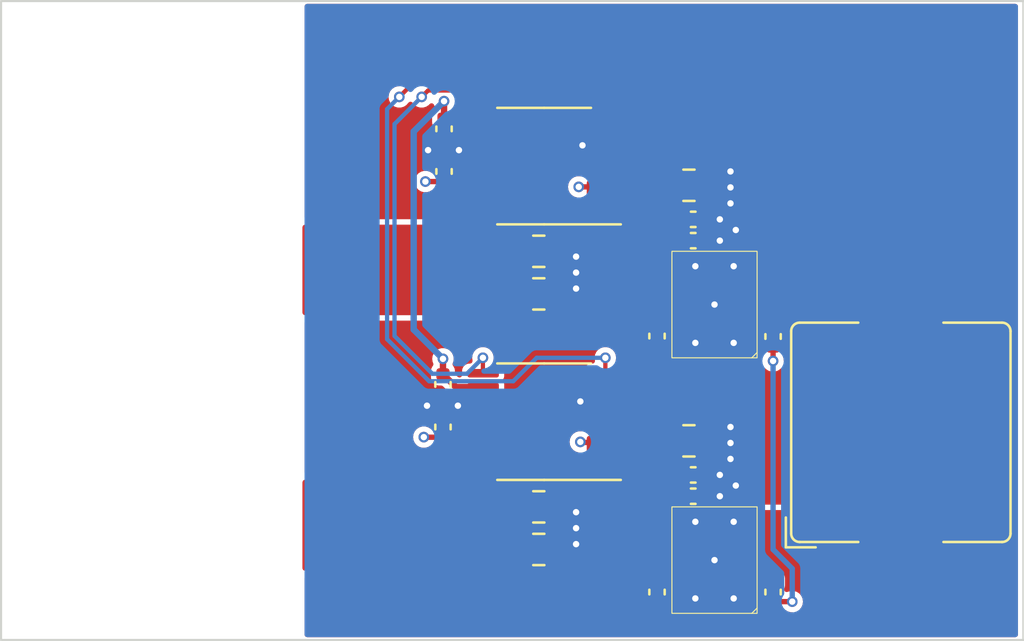
<source format=kicad_pcb>
(kicad_pcb (version 20221018) (generator pcbnew)
  (layers (0 "F.Cu" signal) (1 "In1.Cu" signal) (2 "In2.Cu" signal) (31 "B.Cu" signal) (34 "B.Paste" user) (35 "F.Paste" user) (36 "B.SilkS" user "B.Silkscreen") (37 "F.SilkS" user "F.Silkscreen") (38 "B.Mask" user) (39 "F.Mask" user) (44 "Edge.Cuts" user))
  (net 0 "")
  (net 1 "Net-(U101-VSW)")
  (net 2 "/~{SKIP}-A")
  (net 3 "Net-(U101-BOOT)")
  (net 4 "Net-(U101-BOOT_R)")
  (net 5 "Net-(U102-BOOT_R)")
  (net 6 "Net-(U102-BOOT)")
  (net 7 "GND")
  (net 8 "/VA")
  (net 9 "/VB")
  (net 10 "/PWM-A")
  (net 11 "/VSWB")
  (net 12 "+5V")
  (net 13 "/~{SKIP}-B")
  (net 14 "/PWM-B")
  (net 19 "/VAS")
  (net 20 "/VBS")
  (net 21 "+3V3")
  (net 26 "Net-(U103-SDA)")
  (net 27 "Net-(U103-SCL)")
  (footprint "Capacitor_SMD:C_0805_2012Metric" (layer "F.Cu") (at 149.75 122.5 180)
    (fp_text reference "C117" hide)
    (fp_text value "10uF X5R 35V" hide)
    (fp_line (start -0.261252 -0.735) (end 0.261252 -0.735) (stroke (width 0.12)) (layer "F.SilkS"))
    (fp_line (start -0.261252 0.735) (end 0.261252 0.735) (stroke (width 0.12)) (layer "F.SilkS"))
    (pad "1" smd roundrect (at -0.95 0 180) (size 1 1.45) (layers "F.Cu" "F.Paste" "F.Mask") (net 7 "GND"))
    (pad "2" smd roundrect (at 0.95 0 180) (size 1 1.45) (layers "F.Cu" "F.Paste" "F.Mask") (net 8 "/VA"))
  )
  (footprint "Capacitor_SMD:C_0402_1005Metric" (layer "F.Cu") (at 157 107 180)
    (fp_text reference "C105" hide)
    (fp_text value ".1uF X5R 35V" hide)
    (fp_line (start -0.107836 -0.36) (end 0.107836 -0.36) (stroke (width 0.12)) (layer "F.SilkS"))
    (fp_line (start -0.107836 0.36) (end 0.107836 0.36) (stroke (width 0.12)) (layer "F.SilkS"))
    (pad "1" smd roundrect (at -0.48 0 180) (size 0.56 0.62) (layers "F.Cu" "F.Paste" "F.Mask") (net 7 "GND"))
    (pad "2" smd roundrect (at 0.48 0 180) (size 0.56 0.62) (layers "F.Cu" "F.Paste" "F.Mask") (net 20 "/VBS"))
  )
  (footprint "Capacitor_SMD:C_0402_1005Metric" (layer "F.Cu") (at 145.25 114.75 90)
    (fp_text reference "C113" hide)
    (fp_text value ".1uF X7S 10V" hide)
    (fp_line (start -0.107836 -0.36) (end 0.107836 -0.36) (stroke (width 0.12)) (layer "F.SilkS"))
    (fp_line (start -0.107836 0.36) (end 0.107836 0.36) (stroke (width 0.12)) (layer "F.SilkS"))
    (pad "1" smd roundrect (at -0.48 0 90) (size 0.56 0.62) (layers "F.Cu" "F.Paste" "F.Mask") (net 7 "GND"))
    (pad "2" smd roundrect (at 0.48 0 90) (size 0.56 0.62) (layers "F.Cu" "F.Paste" "F.Mask") (net 21 "+3V3"))
  )
  (footprint "Capacitor_SMD:C_0805_2012Metric" (layer "F.Cu") (at 156.8 117.4 180)
    (fp_text reference "C107" hide)
    (fp_text value "10uF X5R 35V" hide)
    (fp_line (start -0.261252 -0.735) (end 0.261252 -0.735) (stroke (width 0.12)) (layer "F.SilkS"))
    (fp_line (start -0.261252 0.735) (end 0.261252 0.735) (stroke (width 0.12)) (layer "F.SilkS"))
    (pad "1" smd roundrect (at -0.95 0 180) (size 1 1.45) (layers "F.Cu" "F.Paste" "F.Mask") (net 7 "GND"))
    (pad "2" smd roundrect (at 0.95 0 180) (size 1 1.45) (layers "F.Cu" "F.Paste" "F.Mask") (net 19 "/VAS"))
  )
  (footprint "Capacitor_SMD:C_0402_1005Metric" (layer "F.Cu") (at 155.3 112.48 -90)
    (fp_text reference "C102" hide)
    (fp_text value "1uF X7S 10V" hide)
    (fp_line (start -0.107836 -0.36) (end 0.107836 -0.36) (stroke (width 0.12)) (layer "F.SilkS"))
    (fp_line (start -0.107836 0.36) (end 0.107836 0.36) (stroke (width 0.12)) (layer "F.SilkS"))
    (pad "1" smd roundrect (at -0.48 0 270) (size 0.56 0.62) (layers "F.Cu" "F.Paste" "F.Mask") (net 5 "Net-(U102-BOOT_R)"))
    (pad "2" smd roundrect (at 0.48 0 270) (size 0.56 0.62) (layers "F.Cu" "F.Paste" "F.Mask") (net 6 "Net-(U102-BOOT)"))
  )
  (footprint "Capacitor_SMD:C_0805_2012Metric" (layer "F.Cu") (at 149.75 110.5 180)
    (fp_text reference "C118" hide)
    (fp_text value "10uF X5R 35V" hide)
    (fp_line (start -0.261252 -0.735) (end 0.261252 -0.735) (stroke (width 0.12)) (layer "F.SilkS"))
    (fp_line (start -0.261252 0.735) (end 0.261252 0.735) (stroke (width 0.12)) (layer "F.SilkS"))
    (pad "1" smd roundrect (at -0.95 0 180) (size 1 1.45) (layers "F.Cu" "F.Paste" "F.Mask") (net 7 "GND"))
    (pad "2" smd roundrect (at 0.95 0 180) (size 1 1.45) (layers "F.Cu" "F.Paste" "F.Mask") (net 9 "/VB"))
  )
  (footprint "Capacitor_SMD:C_0402_1005Metric" (layer "F.Cu") (at 160.75 112.5 -90)
    (fp_text reference "C112" hide)
    (fp_text value "1uF X7S 10V" hide)
    (fp_line (start -0.107836 -0.36) (end 0.107836 -0.36) (stroke (width 0.12)) (layer "F.SilkS"))
    (fp_line (start -0.107836 0.36) (end 0.107836 0.36) (stroke (width 0.12)) (layer "F.SilkS"))
    (pad "1" smd roundrect (at -0.48 0 270) (size 0.56 0.62) (layers "F.Cu" "F.Paste" "F.Mask") (net 7 "GND"))
    (pad "2" smd roundrect (at 0.48 0 270) (size 0.56 0.62) (layers "F.Cu" "F.Paste" "F.Mask") (net 12 "+5V"))
  )
  (footprint "Capacitor_SMD:C_0402_1005Metric" (layer "F.Cu") (at 145.3 102.75 90)
    (fp_text reference "C115" hide)
    (fp_text value ".1uF X7S 10V" hide)
    (fp_line (start -0.107836 -0.36) (end 0.107836 -0.36) (stroke (width 0.12)) (layer "F.SilkS"))
    (fp_line (start -0.107836 0.36) (end 0.107836 0.36) (stroke (width 0.12)) (layer "F.SilkS"))
    (pad "1" smd roundrect (at -0.48 0 90) (size 0.56 0.62) (layers "F.Cu" "F.Paste" "F.Mask") (net 7 "GND"))
    (pad "2" smd roundrect (at 0.48 0 90) (size 0.56 0.62) (layers "F.Cu" "F.Paste" "F.Mask") (net 21 "+3V3"))
  )
  (footprint "usb-c:8-PowerVFDFN-VSON-CLIP" (layer "F.Cu") (at 158 123 90)
    (fp_text reference "U101" hide)
    (fp_text value "CSD97394Q4M" hide)
    (fp_line (start -2.5 1.75) (end -2.25 2) (stroke (width 0.05)) (layer "F.SilkS"))
    (fp_rect (start -2.5 -2) (end 2.5 2) (stroke (width 0.05)) (fill none) (layer "F.SilkS"))
    (pad "1" smd roundrect (at -1.6 1.6 90) (size 0.25 0.6) (layers "F.Cu" "F.Paste" "F.Mask") (roundrect_rratio 0.2) (net 2 "/~{SKIP}-A"))
    (pad "2" smd roundrect (at -1.2 1.6 90) (size 0.25 0.6) (layers "F.Cu" "F.Paste" "F.Mask") (roundrect_rratio 0.2) (net 12 "+5V"))
    (pad "3" smd roundrect (at -0.8 1.6 90) (size 0.25 0.6) (layers "F.Cu" "F.Paste" "F.Mask") (roundrect_rratio 0.2) (net 7 "GND"))
    (pad "4" smd roundrect (at -0.4 1.6 90) (size 0.25 0.6) (layers "F.Cu" "F.Paste" "F.Mask") (roundrect_rratio 0.2) (net 1 "Net-(U101-VSW)"))
    (pad "4" smd roundrect (at 0 1.6 90) (size 0.25 0.6) (layers "F.Cu" "F.Paste" "F.Mask") (roundrect_rratio 0.2) (net 1 "Net-(U101-VSW)"))
    (pad "4" smd roundrect (at 0.4 1.6 90) (size 0.25 0.6) (layers "F.Cu" "F.Paste" "F.Mask") (roundrect_rratio 0.2) (net 1 "Net-(U101-VSW)"))
    (pad "4" smd roundrect (at 0.6 1.49 90) (size 2.25 0.375) (layers "F.Cu" "F.Paste" "F.Mask") (roundrect_rratio 0.1692053333) (net 1 "Net-(U101-VSW)"))
    (pad "4" smd roundrect (at 0.8 1.6 90) (size 0.25 0.6) (layers "F.Cu" "F.Paste" "F.Mask") (roundrect_rratio 0.2) (net 1 "Net-(U101-VSW)"))
    (pad "4" smd roundrect (at 1.2 1.6 90) (size 0.25 0.6) (layers "F.Cu" "F.Paste" "F.Mask") (roundrect_rratio 0.2) (net 1 "Net-(U101-VSW)"))
    (pad "4" smd roundrect (at 1.6 1.6 90) (size 0.25 0.6) (layers "F.Cu" "F.Paste" "F.Mask") (roundrect_rratio 0.2) (net 1 "Net-(U101-VSW)"))
    (pad "5" smd roundrect (at -0.4 -1.6 90) (size 0.25 0.6) (layers "F.Cu" "F.Paste" "F.Mask") (roundrect_rratio 0.2) (net 19 "/VAS"))
    (pad "5" smd roundrect (at 0 -1.6 90) (size 0.25 0.6) (layers "F.Cu" "F.Paste" "F.Mask") (roundrect_rratio 0.2) (net 19 "/VAS"))
    (pad "5" smd roundrect (at 0.4 -1.6 90) (size 0.25 0.6) (layers "F.Cu" "F.Paste" "F.Mask") (roundrect_rratio 0.2) (net 19 "/VAS"))
    (pad "5" smd roundrect (at 0.6 -1.49 90) (size 2.25 0.375) (layers "F.Cu" "F.Paste" "F.Mask") (roundrect_rratio 0.1692053333) (net 19 "/VAS"))
    (pad "5" smd roundrect (at 0.8 -1.6 90) (size 0.25 0.6) (layers "F.Cu" "F.Paste" "F.Mask") (roundrect_rratio 0.2) (net 19 "/VAS"))
    (pad "5" smd roundrect (at 1.2 -1.6 90) (size 0.25 0.6) (layers "F.Cu" "F.Paste" "F.Mask") (roundrect_rratio 0.2) (net 19 "/VAS"))
    (pad "5" smd roundrect (at 1.6 -1.6 90) (size 0.25 0.6) (layers "F.Cu" "F.Paste" "F.Mask") (roundrect_rratio 0.2) (net 19 "/VAS"))
    (pad "6" smd roundrect (at -0.8 -1.6 90) (size 0.25 0.6) (layers "F.Cu" "F.Paste" "F.Mask") (roundrect_rratio 0.2) (net 4 "Net-(U101-BOOT_R)"))
    (pad "7" smd roundrect (at -1.2 -1.6 90) (size 0.25 0.6) (layers "F.Cu" "F.Paste" "F.Mask") (roundrect_rratio 0.2) (net 3 "Net-(U101-BOOT)"))
    (pad "8" smd roundrect (at -1.6 -1.6 90) (size 0.25 0.6) (layers "F.Cu" "F.Paste" "F.Mask") (roundrect_rratio 0.2) (net 10 "/PWM-A"))
    (pad "9" smd roundrect (at 0 0 90) (size 4.05 2.2) (layers "F.Cu" "F.Paste" "F.Mask") (roundrect_rratio 0.04545454545) (net 7 "GND"))
  )
  (footprint "Capacitor_SMD:C_0402_1005Metric" (layer "F.Cu") (at 156.999999 119 180)
    (fp_text reference "C103" hide)
    (fp_text value ".1uF X5R 35V" hide)
    (fp_line (start -0.107836 -0.36) (end 0.107836 -0.36) (stroke (width 0.12)) (layer "F.SilkS"))
    (fp_line (start -0.107836 0.36) (end 0.107836 0.36) (stroke (width 0.12)) (layer "F.SilkS"))
    (pad "1" smd roundrect (at -0.48 0 180) (size 0.56 0.62) (layers "F.Cu" "F.Paste" "F.Mask") (net 7 "GND"))
    (pad "2" smd roundrect (at 0.48 0 180) (size 0.56 0.62) (layers "F.Cu" "F.Paste" "F.Mask") (net 19 "/VAS"))
  )
  (footprint "Capacitor_SMD:C_0402_1005Metric" (layer "F.Cu") (at 160.75 124.5 -90)
    (fp_text reference "C111" hide)
    (fp_text value "1uF X7S 10V" hide)
    (fp_line (start -0.107836 -0.36) (end 0.107836 -0.36) (stroke (width 0.12)) (layer "F.SilkS"))
    (fp_line (start -0.107836 0.36) (end 0.107836 0.36) (stroke (width 0.12)) (layer "F.SilkS"))
    (pad "1" smd roundrect (at -0.48 0 270) (size 0.56 0.62) (layers "F.Cu" "F.Paste" "F.Mask") (net 7 "GND"))
    (pad "2" smd roundrect (at 0.48 0 270) (size 0.56 0.62) (layers "F.Cu" "F.Paste" "F.Mask") (net 12 "+5V"))
  )
  (footprint "Capacitor_SMD:C_0402_1005Metric" (layer "F.Cu") (at 157 120 180)
    (fp_text reference "C104" hide)
    (fp_text value ".001uF X5R 35V" hide)
    (fp_line (start -0.107836 -0.36) (end 0.107836 -0.36) (stroke (width 0.12)) (layer "F.SilkS"))
    (fp_line (start -0.107836 0.36) (end 0.107836 0.36) (stroke (width 0.12)) (layer "F.SilkS"))
    (pad "1" smd roundrect (at -0.48 0 180) (size 0.56 0.62) (layers "F.Cu" "F.Paste" "F.Mask") (net 7 "GND"))
    (pad "2" smd roundrect (at 0.48 0 180) (size 0.56 0.62) (layers "F.Cu" "F.Paste" "F.Mask") (net 19 "/VAS"))
  )
  (footprint "Capacitor_SMD:C_0402_1005Metric" (layer "F.Cu") (at 155.299999 124.5 90)
    (fp_text reference "C101" hide)
    (fp_text value "1uF X7S 10V" hide)
    (fp_line (start -0.107836 -0.36) (end 0.107836 -0.36) (stroke (width 0.12)) (layer "F.SilkS"))
    (fp_line (start -0.107836 0.36) (end 0.107836 0.36) (stroke (width 0.12)) (layer "F.SilkS"))
    (pad "1" smd roundrect (at -0.48 0 90) (size 0.56 0.62) (layers "F.Cu" "F.Paste" "F.Mask") (net 3 "Net-(U101-BOOT)"))
    (pad "2" smd roundrect (at 0.48 0 90) (size 0.56 0.62) (layers "F.Cu" "F.Paste" "F.Mask") (net 4 "Net-(U101-BOOT_R)"))
  )
  (footprint "Capacitor_SMD:C_0402_1005Metric" (layer "F.Cu") (at 157 108 180)
    (fp_text reference "C106" hide)
    (fp_text value ".001uF X5R 35V" hide)
    (fp_line (start -0.107836 -0.36) (end 0.107836 -0.36) (stroke (width 0.12)) (layer "F.SilkS"))
    (fp_line (start -0.107836 0.36) (end 0.107836 0.36) (stroke (width 0.12)) (layer "F.SilkS"))
    (pad "1" smd roundrect (at -0.48 0 180) (size 0.56 0.62) (layers "F.Cu" "F.Paste" "F.Mask") (net 7 "GND"))
    (pad "2" smd roundrect (at 0.48 0 180) (size 0.56 0.62) (layers "F.Cu" "F.Paste" "F.Mask") (net 20 "/VBS"))
  )
  (footprint "Inductor_SMD:L_Bourns_SRP1038C_10.0x10.0mm" (layer "F.Cu") (at 166.75 117 90)
    (fp_text reference "L101" hide)
    (fp_text value "SRP1038C-5R6M" hide)
    (fp_line (start -5.4 -5.4) (end -5.4 -4) (stroke (width 0.12)) (layer "F.SilkS"))
    (fp_line (start -5.4 -5.4) (end -4 -5.4) (stroke (width 0.12)) (layer "F.SilkS"))
    (fp_line (start -5.15 -4.75) (end -5.15 -2) (stroke (width 0.12)) (layer "F.SilkS"))
    (fp_line (start -5.15 2) (end -5.15 4.75) (stroke (width 0.12)) (layer "F.SilkS"))
    (fp_line (start -4.75 -5.15) (end 4.75 -5.15) (stroke (width 0.12)) (layer "F.SilkS"))
    (fp_line (start 4.75 5.15) (end -4.75 5.15) (stroke (width 0.12)) (layer "F.SilkS"))
    (fp_line (start 5.15 -4.75) (end 5.15 -2) (stroke (width 0.12)) (layer "F.SilkS"))
    (fp_line (start 5.15 2) (end 5.15 4.75) (stroke (width 0.12)) (layer "F.SilkS"))
    (fp_arc (start -5.15 -4.75) (mid -5.032843 -5.032843) (end -4.75 -5.15) (stroke (width 0.12)) (layer "F.SilkS"))
    (fp_arc (start -4.75 5.15) (mid -5.032843 5.032843) (end -5.15 4.75) (stroke (width 0.12)) (layer "F.SilkS"))
    (fp_arc (start 4.75 -5.15) (mid 5.032843 -5.032843) (end 5.15 -4.75) (stroke (width 0.12)) (layer "F.SilkS"))
    (fp_arc (start 5.15 4.75) (mid 5.032843 5.032843) (end 4.75 5.15) (stroke (width 0.12)) (layer "F.SilkS"))
    (pad "1" smd rect (at -4.475 0 90) (size 3.55 3.5) (layers "F.Cu" "F.Paste" "F.Mask") (net 1 "Net-(U101-VSW)"))
    (pad "2" smd rect (at 4.475 0 90) (size 3.55 3.5) (layers "F.Cu" "F.Paste" "F.Mask") (net 11 "/VSWB"))
  )
  (footprint "Capacitor_SMD:C_0805_2012Metric" (layer "F.Cu") (at 149.75 120.5 180)
    (fp_text reference "C109" hide)
    (fp_text value "10uF X5R 35V" hide)
    (fp_line (start -0.261252 -0.735) (end 0.261252 -0.735) (stroke (width 0.12)) (layer "F.SilkS"))
    (fp_line (start -0.261252 0.735) (end 0.261252 0.735) (stroke (width 0.12)) (layer "F.SilkS"))
    (pad "1" smd roundrect (at -0.95 0 180) (size 1 1.45) (layers "F.Cu" "F.Paste" "F.Mask") (net 7 "GND"))
    (pad "2" smd roundrect (at 0.95 0 180) (size 1 1.45) (layers "F.Cu" "F.Paste" "F.Mask") (net 8 "/VA"))
  )
  (footprint "Capacitor_SMD:C_0402_1005Metric" (layer "F.Cu") (at 145.3 104.75 -90)
    (fp_text reference "C116" hide)
    (fp_text value ".1uF X5R 35V" hide)
    (fp_line (start -0.107836 -0.36) (end 0.107836 -0.36) (stroke (width 0.12)) (layer "F.SilkS"))
    (fp_line (start -0.107836 0.36) (end 0.107836 0.36) (stroke (width 0.12)) (layer "F.SilkS"))
    (pad "1" smd roundrect (at -0.48 0 270) (size 0.56 0.62) (layers "F.Cu" "F.Paste" "F.Mask") (net 7 "GND"))
    (pad "2" smd roundrect (at 0.48 0 270) (size 0.56 0.62) (layers "F.Cu" "F.Paste" "F.Mask") (net 20 "/VBS"))
  )
  (footprint "Package_SO:TSSOP-16_4.4x5mm_P0.65mm" (layer "F.Cu") (at 150 116.5 180)
    (fp_text reference "U103" hide)
    (fp_text value "INA260" hide)
    (fp_line (start 0 -2.735) (end -3.6 -2.735) (stroke (width 0.12)) (layer "F.SilkS"))
    (fp_line (start 0 -2.735) (end 2.2 -2.735) (stroke (width 0.12)) (layer "F.SilkS"))
    (fp_line (start 0 2.735) (end -2.2 2.735) (stroke (width 0.12)) (layer "F.SilkS"))
    (fp_line (start 0 2.735) (end 2.2 2.735) (stroke (width 0.12)) (layer "F.SilkS"))
    (pad "1" smd roundrect (at -2.8625 -2.275 180) (size 1.475 0.4) (layers "F.Cu" "F.Paste" "F.Mask") (net 19 "/VAS"))
    (pad "2" smd roundrect (at -2.8625 -1.625 180) (size 1.475 0.4) (layers "F.Cu" "F.Paste" "F.Mask") (net 19 "/VAS"))
    (pad "3" smd roundrect (at -2.8625 -0.975 180) (size 1.475 0.4) (layers "F.Cu" "F.Paste" "F.Mask") (net 19 "/VAS"))
    (pad "4" smd roundrect (at -2.8625 -0.325 180) (size 1.475 0.4) (layers "F.Cu" "F.Paste" "F.Mask"))
    (pad "5" smd roundrect (at -2.8625 0.325 180) (size 1.475 0.4) (layers "F.Cu" "F.Paste" "F.Mask"))
    (pad "6" smd roundrect (at -2.8625 0.975 180) (size 1.475 0.4) (layers "F.Cu" "F.Paste" "F.Mask") (net 7 "GND"))
    (pad "7" smd roundrect (at -2.8625 1.625 180) (size 1.475 0.4) (layers "F.Cu" "F.Paste" "F.Mask"))
    (pad "8" smd roundrect (at -2.8625 2.275 180) (size 1.475 0.4) (layers "F.Cu" "F.Paste" "F.Mask") (net 26 "Net-(U103-SDA)"))
    (pad "9" smd roundrect (at 2.8625 2.275 180) (size 1.475 0.4) (layers "F.Cu" "F.Paste" "F.Mask") (net 27 "Net-(U103-SCL)"))
    (pad "10" smd roundrect (at 2.8625 1.625 180) (size 1.475 0.4) (layers "F.Cu" "F.Paste" "F.Mask") (net 21 "+3V3"))
    (pad "11" smd roundrect (at 2.8625 0.975 180) (size 1.475 0.4) (layers "F.Cu" "F.Paste" "F.Mask") (net 7 "GND"))
    (pad "12" smd roundrect (at 2.8625 0.325 180) (size 1.475 0.4) (layers "F.Cu" "F.Paste" "F.Mask") (net 19 "/VAS"))
    (pad "13" smd roundrect (at 2.8625 -0.325 180) (size 1.475 0.4) (layers "F.Cu" "F.Paste" "F.Mask"))
    (pad "14" smd roundrect (at 2.8625 -0.975 180) (size 1.475 0.4) (layers "F.Cu" "F.Paste" "F.Mask") (net 8 "/VA"))
    (pad "15" smd roundrect (at 2.8625 -1.625 180) (size 1.475 0.4) (layers "F.Cu" "F.Paste" "F.Mask") (net 8 "/VA"))
    (pad "16" smd roundrect (at 2.8625 -2.275 180) (size 1.475 0.4) (layers "F.Cu" "F.Paste" "F.Mask") (net 8 "/VA"))
  )
  (footprint "usb-c:8-PowerVFDFN-VSON-CLIP" (layer "F.Cu") (at 158 111 90)
    (fp_text reference "U102" hide)
    (fp_text value "CSD97394Q4M" hide)
    (fp_line (start -2.5 1.75) (end -2.25 2) (stroke (width 0.05)) (layer "F.SilkS"))
    (fp_rect (start -2.5 -2) (end 2.5 2) (stroke (width 0.05)) (fill none) (layer "F.SilkS"))
    (pad "1" smd roundrect (at -1.6 1.6 90) (size 0.25 0.6) (layers "F.Cu" "F.Paste" "F.Mask") (roundrect_rratio 0.2) (net 13 "/~{SKIP}-B"))
    (pad "2" smd roundrect (at -1.2 1.6 90) (size 0.25 0.6) (layers "F.Cu" "F.Paste" "F.Mask") (roundrect_rratio 0.2) (net 12 "+5V"))
    (pad "3" smd roundrect (at -0.8 1.6 90) (size 0.25 0.6) (layers "F.Cu" "F.Paste" "F.Mask") (roundrect_rratio 0.2) (net 7 "GND"))
    (pad "4" smd roundrect (at -0.4 1.6 90) (size 0.25 0.6) (layers "F.Cu" "F.Paste" "F.Mask") (roundrect_rratio 0.2) (net 11 "/VSWB"))
    (pad "4" smd roundrect (at 0 1.6 90) (size 0.25 0.6) (layers "F.Cu" "F.Paste" "F.Mask") (roundrect_rratio 0.2) (net 11 "/VSWB"))
    (pad "4" smd roundrect (at 0.4 1.6 90) (size 0.25 0.6) (layers "F.Cu" "F.Paste" "F.Mask") (roundrect_rratio 0.2) (net 11 "/VSWB"))
    (pad "4" smd roundrect (at 0.6 1.49 90) (size 2.25 0.375) (layers "F.Cu" "F.Paste" "F.Mask") (roundrect_rratio 0.1692053333) (net 11 "/VSWB"))
    (pad "4" smd roundrect (at 0.8 1.6 90) (size 0.25 0.6) (layers "F.Cu" "F.Paste" "F.Mask") (roundrect_rratio 0.2) (net 11 "/VSWB"))
    (pad "4" smd roundrect (at 1.2 1.6 90) (size 0.25 0.6) (layers "F.Cu" "F.Paste" "F.Mask") (roundrect_rratio 0.2) (net 11 "/VSWB"))
    (pad "4" smd roundrect (at 1.6 1.6 90) (size 0.25 0.6) (layers "F.Cu" "F.Paste" "F.Mask") (roundrect_rratio 0.2) (net 11 "/VSWB"))
    (pad "5" smd roundrect (at -0.4 -1.6 90) (size 0.25 0.6) (layers "F.Cu" "F.Paste" "F.Mask") (roundrect_rratio 0.2) (net 20 "/VBS"))
    (pad "5" smd roundrect (at 0 -1.6 90) (size 0.25 0.6) (layers "F.Cu" "F.Paste" "F.Mask") (roundrect_rratio 0.2) (net 20 "/VBS"))
    (pad "5" smd roundrect (at 0.4 -1.6 90) (size 0.25 0.6) (layers "F.Cu" "F.Paste" "F.Mask") (roundrect_rratio 0.2) (net 20 "/VBS"))
    (pad "5" smd roundrect (at 0.6 -1.49 90) (size 2.25 0.375) (layers "F.Cu" "F.Paste" "F.Mask") (roundrect_rratio 0.1692053333) (net 20 "/VBS"))
    (pad "5" smd roundrect (at 0.8 -1.6 90) (size 0.25 0.6) (layers "F.Cu" "F.Paste" "F.Mask") (roundrect_rratio 0.2) (net 20 "/VBS"))
    (pad "5" smd roundrect (at 1.2 -1.6 90) (size 0.25 0.6) (layers "F.Cu" "F.Paste" "F.Mask") (roundrect_rratio 0.2) (net 20 "/VBS"))
    (pad "5" smd roundrect (at 1.6 -1.6 90) (size 0.25 0.6) (layers "F.Cu" "F.Paste" "F.Mask") (roundrect_rratio 0.2) (net 20 "/VBS"))
    (pad "6" smd roundrect (at -0.8 -1.6 90) (size 0.25 0.6) (layers "F.Cu" "F.Paste" "F.Mask") (roundrect_rratio 0.2) (net 5 "Net-(U102-BOOT_R)"))
    (pad "7" smd roundrect (at -1.2 -1.6 90) (size 0.25 0.6) (layers "F.Cu" "F.Paste" "F.Mask") (roundrect_rratio 0.2) (net 6 "Net-(U102-BOOT)"))
    (pad "8" smd roundrect (at -1.6 -1.6 90) (size 0.25 0.6) (layers "F.Cu" "F.Paste" "F.Mask") (roundrect_rratio 0.2) (net 14 "/PWM-B"))
    (pad "9" smd roundrect (at 0 0 90) (size 4.05 2.2) (layers "F.Cu" "F.Paste" "F.Mask") (roundrect_rratio 0.04545454545) (net 7 "GND"))
  )
  (footprint "Capacitor_SMD:C_0805_2012Metric" (layer "F.Cu") (at 149.75 108.5 180)
    (fp_text reference "C108" hide)
    (fp_text value "10uF X5R 35V" hide)
    (fp_line (start -0.261252 -0.735) (end 0.261252 -0.735) (stroke (width 0.12)) (layer "F.SilkS"))
    (fp_line (start -0.261252 0.735) (end 0.261252 0.735) (stroke (width 0.12)) (layer "F.SilkS"))
    (pad "1" smd roundrect (at -0.95 0 180) (size 1 1.45) (layers "F.Cu" "F.Paste" "F.Mask") (net 7 "GND"))
    (pad "2" smd roundrect (at 0.95 0 180) (size 1 1.45) (layers "F.Cu" "F.Paste" "F.Mask") (net 9 "/VB"))
  )
  (footprint "Capacitor_SMD:C_0402_1005Metric" (layer "F.Cu") (at 145.25 116.75 -90)
    (fp_text reference "C114" hide)
    (fp_text value ".1uF X5R 35V" hide)
    (fp_line (start -0.107836 -0.36) (end 0.107836 -0.36) (stroke (width 0.12)) (layer "F.SilkS"))
    (fp_line (start -0.107836 0.36) (end 0.107836 0.36) (stroke (width 0.12)) (layer "F.SilkS"))
    (pad "1" smd roundrect (at -0.48 0 270) (size 0.56 0.62) (layers "F.Cu" "F.Paste" "F.Mask") (net 7 "GND"))
    (pad "2" smd roundrect (at 0.48 0 270) (size 0.56 0.62) (layers "F.Cu" "F.Paste" "F.Mask") (net 19 "/VAS"))
  )
  (footprint "Package_SO:TSSOP-16_4.4x5mm_P0.65mm" (layer "F.Cu") (at 150 104.5 180)
    (fp_text reference "U104" hide)
    (fp_text value "INA260" hide)
    (fp_line (start 0 -2.735) (end -3.6 -2.735) (stroke (width 0.12)) (layer "F.SilkS"))
    (fp_line (start 0 -2.735) (end 2.2 -2.735) (stroke (width 0.12)) (layer "F.SilkS"))
    (fp_line (start 0 2.735) (end -2.2 2.735) (stroke (width 0.12)) (layer "F.SilkS"))
    (fp_line (start 0 2.735) (end 2.2 2.735) (stroke (width 0.12)) (layer "F.SilkS"))
    (pad "1" smd roundrect (at -2.8625 -2.275 180) (size 1.475 0.4) (layers "F.Cu" "F.Paste" "F.Mask") (net 20 "/VBS"))
    (pad "2" smd roundrect (at -2.8625 -1.625 180) (size 1.475 0.4) (layers "F.Cu" "F.Paste" "F.Mask") (net 20 "/VBS"))
    (pad "3" smd roundrect (at -2.8625 -0.975 180) (size 1.475 0.4) (layers "F.Cu" "F.Paste" "F.Mask") (net 20 "/VBS"))
    (pad "4" smd roundrect (at -2.8625 -0.325 180) (size 1.475 0.4) (layers "F.Cu" "F.Paste" "F.Mask"))
    (pad "5" smd roundrect (at -2.8625 0.325 180) (size 1.475 0.4) (layers "F.Cu" "F.Paste" "F.Mask"))
    (pad "6" smd roundrect (at -2.8625 0.975 180) (size 1.475 0.4) (layers "F.Cu" "F.Paste" "F.Mask") (net 7 "GND"))
    (pad "7" smd roundrect (at -2.8625 1.625 180) (size 1.475 0.4) (layers "F.Cu" "F.Paste" "F.Mask"))
    (pad "8" smd roundrect (at -2.8625 2.275 180) (size 1.475 0.4) (layers "F.Cu" "F.Paste" "F.Mask") (net 26 "Net-(U103-SDA)"))
    (pad "9" smd roundrect (at 2.8625 2.275 180) (size 1.475 0.4) (layers "F.Cu" "F.Paste" "F.Mask") (net 27 "Net-(U103-SCL)"))
    (pad "10" smd roundrect (at 2.8625 1.625 180) (size 1.475 0.4) (layers "F.Cu" "F.Paste" "F.Mask") (net 21 "+3V3"))
    (pad "11" smd roundrect (at 2.8625 0.975 180) (size 1.475 0.4) (layers "F.Cu" "F.Paste" "F.Mask") (net 7 "GND"))
    (pad "12" smd roundrect (at 2.8625 0.325 180) (size 1.475 0.4) (layers "F.Cu" "F.Paste" "F.Mask") (net 20 "/VBS"))
    (pad "13" smd roundrect (at 2.8625 -0.325 180) (size 1.475 0.4) (layers "F.Cu" "F.Paste" "F.Mask"))
    (pad "14" smd roundrect (at 2.8625 -0.975 180) (size 1.475 0.4) (layers "F.Cu" "F.Paste" "F.Mask") (net 9 "/VB"))
    (pad "15" smd roundrect (at 2.8625 -1.625 180) (size 1.475 0.4) (layers "F.Cu" "F.Paste" "F.Mask") (net 9 "/VB"))
    (pad "16" smd roundrect (at 2.8625 -2.275 180) (size 1.475 0.4) (layers "F.Cu" "F.Paste" "F.Mask") (net 9 "/VB"))
  )
  (footprint "Capacitor_SMD:C_0805_2012Metric" (layer "F.Cu") (at 156.8 105.4 180)
    (fp_text reference "C110" hide)
    (fp_text value "10uF X5R 35V" hide)
    (fp_line (start -0.261252 -0.735) (end 0.261252 -0.735) (stroke (width 0.12)) (layer "F.SilkS"))
    (fp_line (start -0.261252 0.735) (end 0.261252 0.735) (stroke (width 0.12)) (layer "F.SilkS"))
    (pad "1" smd roundrect (at -0.95 0 180) (size 1 1.45) (layers "F.Cu" "F.Paste" "F.Mask") (net 7 "GND"))
    (pad "2" smd roundrect (at 0.95 0 180) (size 1 1.45) (layers "F.Cu" "F.Paste" "F.Mask") (net 20 "/VBS"))
  )
  (gr_rect (start 124.5 96.75) (end 172.5 126.75) (stroke (width 0.1)) (fill none) (layer "Edge.Cuts"))
  (segment (start 156.050736 124.2) (end 155.299999 124.950737) (width 0.2) (layer "F.Cu") (net 3))
  (segment (start 156.4 124.2) (end 156.050736 124.2) (width 0.2) (layer "F.Cu") (net 3))
  (segment (start 155.299999 124.950737) (end 155.299999 124.98) (width 0.2) (layer "F.Cu") (net 3))
  (segment (start 156.4 123.8) (end 155.52 123.8) (width 0.2) (layer "F.Cu") (net 4))
  (segment (start 155.52 123.8) (end 155.3 124.02) (width 0.2) (layer "F.Cu") (net 4))
  (segment (start 156.4 111.8) (end 155.5 111.8) (width 0.2) (layer "F.Cu") (net 5))
  (segment (start 155.5 111.8) (end 155.299999 112) (width 0.2) (layer "F.Cu") (net 5))
  (segment (start 156.4 112.2) (end 156.050736 112.2) (width 0.2) (layer "F.Cu") (net 6))
  (segment (start 156.050736 112.2) (end 155.3 112.950736) (width 0.2) (layer "F.Cu") (net 6))
  (segment (start 155.3 112.950736) (end 155.3 112.96) (width 0.2) (layer "F.Cu") (net 6))
  (segment (start 145.07 103.23) (end 144.55 103.75) (width 0.2) (layer "F.Cu") (net 7))
  (segment (start 145.02 116.27) (end 144.5 115.75) (width 0.2) (layer "F.Cu") (net 7))
  (segment (start 147.1375 103.525) (end 146.225 103.525) (width 0.2) (layer "F.Cu") (net 7))
  (segment (start 145.43 116.27) (end 145.95 115.75) (width 0.2) (layer "F.Cu") (net 7))
  (segment (start 159.6 123.800001) (end 160.53 123.8) (width 0.25) (layer "F.Cu") (net 7))
  (segment (start 151.725 115.525) (end 151.7 115.55) (width 0.2) (layer "F.Cu") (net 7))
  (segment (start 145.25 115.23) (end 145.43 115.23) (width 0.2) (layer "F.Cu") (net 7))
  (segment (start 146.175 115.525) (end 145.95 115.75) (width 0.2) (layer "F.Cu") (net 7))
  (segment (start 145.3 104.27) (end 145.48 104.27) (width 0.2) (layer "F.Cu") (net 7))
  (segment (start 158.8 111.8) (end 158 111) (width 0.25) (layer "F.Cu") (net 7))
  (segment (start 145.48 104.27) (end 146 103.75) (width 0.2) (layer "F.Cu") (net 7))
  (segment (start 160.53 123.8) (end 160.75 124.02) (width 0.25) (layer "F.Cu") (net 7))
  (segment (start 152.8625 103.525) (end 151.800006 103.525) (width 0.2) (layer "F.Cu") (net 7))
  (segment (start 159.6 123.800001) (end 158.8 123.8) (width 0.25) (layer "F.Cu") (net 7))
  (segment (start 146.225 103.525) (end 146 103.75) (width 0.2) (layer "F.Cu") (net 7))
  (segment (start 145.25 115.23) (end 145.02 115.23) (width 0.2) (layer "F.Cu") (net 7))
  (segment (start 145.3 104.27) (end 145.07 104.27) (width 0.2) (layer "F.Cu") (net 7))
  (segment (start 145.43 115.23) (end 145.95 115.75) (width 0.2) (layer "F.Cu") (net 7))
  (segment (start 147.1375 115.525) (end 146.175 115.525) (width 0.2) (layer "F.Cu") (net 7))
  (segment (start 145.25 116.27) (end 145.43 116.27) (width 0.2) (layer "F.Cu") (net 7))
  (segment (start 145.02 115.23) (end 144.5 115.75) (width 0.2) (layer "F.Cu") (net 7))
  (segment (start 159.6 111.8) (end 160.53 111.8) (width 0.25) (layer "F.Cu") (net 7))
  (segment (start 160.53 111.8) (end 160.75 112.02) (width 0.25) (layer "F.Cu") (net 7))
  (segment (start 145.3 103.23) (end 145.48 103.23) (width 0.2) (layer "F.Cu") (net 7))
  (segment (start 158.8 123.8) (end 158 123) (width 0.25) (layer "F.Cu") (net 7))
  (segment (start 152.8625 115.525) (end 151.725 115.525) (width 0.2) (layer "F.Cu") (net 7))
  (segment (start 145.25 116.27) (end 145.02 116.27) (width 0.2) (layer "F.Cu") (net 7))
  (segment (start 159.6 111.8) (end 158.8 111.8) (width 0.25) (layer "F.Cu") (net 7))
  (segment (start 145.3 103.23) (end 145.07 103.23) (width 0.2) (layer "F.Cu") (net 7))
  (segment (start 145.07 104.27) (end 144.55 103.75) (width 0.2) (layer "F.Cu") (net 7))
  (segment (start 145.48 103.23) (end 146 103.75) (width 0.2) (layer "F.Cu") (net 7))
  (via (at 158 123) (size 0.5) (drill 0.3) (layers "F.Cu" "B.Cu") (net 7))
  (via (at 159 107.5) (size 0.5) (drill 0.3) (layers "F.Cu" "B.Cu") (net 7))
  (via (at 157.1 112.8) (size 0.5) (drill 0.3) (layers "F.Cu" "B.Cu") (net 7))
  (via (at 158.249999 108) (size 0.5) (drill 0.3) (layers "F.Cu" "B.Cu") (net 7))
  (via (at 158.9 121.2) (size 0.5) (drill 0.3) (layers "F.Cu" "B.Cu") (net 7))
  (via (at 151.5 122.25) (size 0.5) (drill 0.3) (layers "F.Cu" "B.Cu") (net 7))
  (via (at 151.5 108.75) (size 0.5) (drill 0.3) (layers "F.Cu" "B.Cu") (net 7))
  (via (at 151.5 110.25) (size 0.5) (drill 0.3) (layers "F.Cu" "B.Cu") (net 7))
  (via (at 157.1 109.200001) (size 0.5) (drill 0.3) (layers "F.Cu" "B.Cu") (net 7))
  (via (at 158.9 124.8) (size 0.5) (drill 0.3) (layers "F.Cu" "B.Cu") (net 7))
  (via (at 146 103.75) (size 0.5) (drill 0.3) (layers "F.Cu" "B.Cu") (net 7))
  (via (at 144.5 115.75) (size 0.5) (drill 0.3) (layers "F.Cu" "B.Cu") (net 7))
  (via (at 157.1 121.2) (size 0.5) (drill 0.3) (layers "F.Cu" "B.Cu") (net 7))
  (via (at 151.5 120.75) (size 0.5) (drill 0.3) (layers "F.Cu" "B.Cu") (net 7))
  (via (at 158.75 105.5) (size 0.5) (drill 0.3) (layers "F.Cu" "B.Cu") (net 7))
  (via (at 157.1 124.799999) (size 0.5) (drill 0.3) (layers "F.Cu" "B.Cu") (net 7))
  (via (at 158.75 117.5) (size 0.5) (drill 0.3) (layers "F.Cu" "B.Cu") (net 7))
  (via (at 158.75 104.75) (size 0.5) (drill 0.3) (layers "F.Cu" "B.Cu") (net 7))
  (via (at 158.25 107) (size 0.5) (drill 0.3) (layers "F.Cu" "B.Cu") (net 7))
  (via (at 158.75 106.25) (size 0.5) (drill 0.3) (layers "F.Cu" "B.Cu") (net 7))
  (via (at 158.75 116.75) (size 0.5) (drill 0.3) (layers "F.Cu" "B.Cu") (net 7))
  (via (at 158.25 120) (size 0.5) (drill 0.3) (layers "F.Cu" "B.Cu") (net 7))
  (via (at 158.9 109.2) (size 0.5) (drill 0.3) (layers "F.Cu" "B.Cu") (net 7))
  (via (at 158 111) (size 0.5) (drill 0.3) (layers "F.Cu" "B.Cu") (net 7))
  (via (at 144.55 103.75) (size 0.5) (drill 0.3) (layers "F.Cu" "B.Cu") (net 7))
  (via (at 151.800006 103.525) (size 0.5) (drill 0.3) (layers "F.Cu" "B.Cu") (net 7))
  (via (at 158.75 118.25) (size 0.5) (drill 0.3) (layers "F.Cu" "B.Cu") (net 7))
  (via (at 151.5 109.5) (size 0.5) (drill 0.3) (layers "F.Cu" "B.Cu") (net 7))
  (via (at 151.5 121.5) (size 0.5) (drill 0.3) (layers "F.Cu" "B.Cu") (net 7))
  (via (at 158.999999 119.5) (size 0.5) (drill 0.3) (layers "F.Cu" "B.Cu") (net 7))
  (via (at 158.25 119) (size 0.5) (drill 0.3) (layers "F.Cu" "B.Cu") (net 7))
  (via (at 151.7 115.55) (size 0.5) (drill 0.3) (layers "F.Cu" "B.Cu") (net 7))
  (via (at 158.9 112.8) (size 0.5) (drill 0.3) (layers "F.Cu" "B.Cu") (net 7))
  (via (at 145.95 115.75) (size 0.5) (drill 0.3) (layers "F.Cu" "B.Cu") (net 7))
  (segment (start 159.98462 124.2) (end 160.75 124.96538) (width 0.25) (layer "F.Cu") (net 12))
  (segment (start 159.6 112.2) (end 159.984619 112.2) (width 0.25) (layer "F.Cu") (net 12))
  (segment (start 159.6 124.2) (end 159.98462 124.2) (width 0.25) (layer "F.Cu") (net 12))
  (segment (start 160.75 112.98) (end 160.75 113.65) (width 0.25) (layer "F.Cu") (net 12))
  (segment (start 161.65 124.949999) (end 160.78 124.949999) (width 0.25) (layer "F.Cu") (net 12))
  (segment (start 160.75 112.96538) (end 160.75 112.98) (width 0.25) (layer "F.Cu") (net 12))
  (segment (start 160.75 124.96538) (end 160.75 124.98) (width 0.25) (layer "F.Cu") (net 12))
  (segment (start 160.78 124.949999) (end 160.75 124.98) (width 0.25) (layer "F.Cu") (net 12))
  (segment (start 159.984619 112.2) (end 160.75 112.96538) (width 0.25) (layer "F.Cu") (net 12))
  (via (at 160.75 113.65) (size 0.5) (drill 0.3) (layers "F.Cu" "B.Cu") (net 12))
  (via (at 161.65 124.949999) (size 0.5) (drill 0.3) (layers "F.Cu" "B.Cu") (net 12))
  (segment (start 160.75 113.65) (end 160.75 122.5) (width 0.25) (layer "B.Cu") (net 12))
  (segment (start 160.75 122.5) (end 161.65 123.4) (width 0.25) (layer "B.Cu") (net 12))
  (segment (start 161.65 123.4) (end 161.65 124.949999) (width 0.25) (layer "B.Cu") (net 12))
  (segment (start 151.725 117.475) (end 151.7 117.45) (width 0.25) (layer "F.Cu") (net 19))
  (segment (start 145.25 117.23) (end 144.355 117.23) (width 0.25) (layer "F.Cu") (net 19))
  (segment (start 152.8625 117.475) (end 151.725 117.475) (width 0.25) (layer "F.Cu") (net 19))
  (segment (start 144.355 117.23) (end 144.35 117.225) (width 0.25) (layer "F.Cu") (net 19))
  (segment (start 146.305 116.175) (end 145.25 117.23) (width 0.25) (layer "F.Cu") (net 19))
  (segment (start 147.1375 116.175) (end 146.305 116.175) (width 0.25) (layer "F.Cu") (net 19))
  (via (at 151.7 117.45) (size 0.5) (drill 0.3) (layers "F.Cu" "B.Cu") (net 19))
  (via (at 144.35 117.225) (size 0.5) (drill 0.3) (layers "F.Cu" "B.Cu") (net 19))
  (segment (start 152.8625 105.475) (end 151.625 105.475) (width 0.25) (layer "F.Cu") (net 20))
  (segment (start 144.425 105.225) (end 145.295 105.225) (width 0.25) (layer "F.Cu") (net 20))
  (segment (start 147.1375 104.175) (end 146.355 104.175) (width 0.25) (layer "F.Cu") (net 20))
  (segment (start 146.355 104.175) (end 145.3 105.23) (width 0.25) (layer "F.Cu") (net 20))
  (segment (start 145.295 105.225) (end 145.3 105.23) (width 0.25) (layer "F.Cu") (net 20))
  (via (at 151.625 105.475) (size 0.5) (drill 0.3) (layers "F.Cu" "B.Cu") (net 20))
  (via (at 144.425 105.225) (size 0.5) (drill 0.3) (layers "F.Cu" "B.Cu") (net 20))
  (segment (start 145.3 102.27) (end 145.3 101.45) (width 0.3) (layer "F.Cu") (net 21))
  (segment (start 147.1375 114.875) (end 145.855 114.875) (width 0.3) (layer "F.Cu") (net 21))
  (segment (start 145.25 113.55) (end 145.25 114.27) (width 0.3) (layer "F.Cu") (net 21))
  (segment (start 145.905 102.875) (end 145.3 102.27) (width 0.3) (layer "F.Cu") (net 21))
  (segment (start 147.1375 102.875) (end 145.905 102.875) (width 0.3) (layer "F.Cu") (net 21))
  (segment (start 145.855 114.875) (end 145.25 114.27) (width 0.3) (layer "F.Cu") (net 21))
  (via (at 145.3 101.45) (size 0.5) (drill 0.3) (layers "F.Cu" "B.Cu") (net 21))
  (via (at 145.25 113.55) (size 0.5) (drill 0.3) (layers "F.Cu" "B.Cu") (net 21))
  (segment (start 143.875 102.875) (end 143.875 112.175) (width 0.3) (layer "B.Cu") (net 21))
  (segment (start 143.875 112.175) (end 145.25 113.55) (width 0.3) (layer "B.Cu") (net 21))
  (segment (start 145.3 101.45) (end 143.875 102.875) (width 0.3) (layer "B.Cu") (net 21))
  (segment (start 152.8625 102.225) (end 151.2375 100.6) (width 0.2) (layer "F.Cu") (net 26))
  (segment (start 151.2375 100.6) (end 143.85 100.6) (width 0.2) (layer "F.Cu") (net 26))
  (segment (start 152.875 114.2125) (end 152.8625 114.225) (width 0.2) (layer "F.Cu") (net 26))
  (segment (start 143.85 100.6) (end 143.2 101.25) (width 0.2) (layer "F.Cu") (net 26))
  (segment (start 152.875 113.5) (end 152.875 114.2125) (width 0.2) (layer "F.Cu") (net 26))
  (via (at 152.875 113.5) (size 0.5) (drill 0.3) (layers "F.Cu" "B.Cu") (net 26))
  (via (at 143.2 101.25) (size 0.5) (drill 0.3) (layers "F.Cu" "B.Cu") (net 26))
  (segment (start 144.6 114.6) (end 148.55 114.6) (width 0.2) (layer "B.Cu") (net 26))
  (segment (start 142.625 101.825) (end 142.625 112.625) (width 0.2) (layer "B.Cu") (net 26))
  (segment (start 149.65 113.5) (end 152.875 113.5) (width 0.2) (layer "B.Cu") (net 26))
  (segment (start 142.625 112.625) (end 144.6 114.6) (width 0.2) (layer "B.Cu") (net 26))
  (segment (start 148.55 114.6) (end 149.65 113.5) (width 0.2) (layer "B.Cu") (net 26))
  (segment (start 143.2 101.25) (end 142.625 101.825) (width 0.2) (layer "B.Cu") (net 26))
  (segment (start 147.125 114.2125) (end 147.1375 114.225) (width 0.2) (layer "F.Cu") (net 27))
  (segment (start 147.1375 102.225) (end 145.8625 100.95) (width 0.2) (layer "F.Cu") (net 27))
  (segment (start 144.55 100.95) (end 144.25 101.25) (width 0.2) (layer "F.Cu") (net 27))
  (segment (start 145.8625 100.95) (end 144.55 100.95) (width 0.2) (layer "F.Cu") (net 27))
  (segment (start 147.125 113.5) (end 147.125 114.2125) (width 0.2) (layer "F.Cu") (net 27))
  (via (at 144.25 101.25) (size 0.5) (drill 0.3) (layers "F.Cu" "B.Cu") (net 27))
  (via (at 147.125 113.5) (size 0.5) (drill 0.3) (layers "F.Cu" "B.Cu") (net 27))
  (segment (start 142.975 112.475) (end 144.75 114.25) (width 0.2) (layer "B.Cu") (net 27))
  (segment (start 146.375 114.25) (end 147.125 113.5) (width 0.2) (layer "B.Cu") (net 27))
  (segment (start 144.25 101.25) (end 142.975 102.525) (width 0.2) (layer "B.Cu") (net 27))
  (segment (start 142.975 102.525) (end 142.975 112.475) (width 0.2) (layer "B.Cu") (net 27))
  (segment (start 144.75 114.25) (end 146.375 114.25) (width 0.2) (layer "B.Cu") (net 27))
  (zone (net 11) (net_name "/VSWB") (layer "F.Cu") (priority 1) (connect_pads yes (clearance 0.25)) (min_thickness 0.25) (fill yes (thermal_gap 0.25) (thermal_bridge_width 0.5))
    (polygon (pts (xy 171.25 115.55) (xy 171.25 108.5) (xy 159.250001 108.5) (xy 159.250001 113.75) (xy 164.3 113.75) (xy 164.3 115.55)))
  )
  (zone (net 20) (net_name "/VBS") (layer "F.Cu") (priority 4) (connect_pads yes (clearance 0.15)) (min_thickness 0.25) (fill yes (thermal_gap 0.25) (thermal_bridge_width 0.5))
    (polygon (pts (xy 156.8 111.5) (xy 152 111.5) (xy 152 104.25) (xy 156.8 104.25)))
  )
  (zone (net 1) (net_name "Net-(U101-VSW)") (layer "F.Cu") (connect_pads yes (clearance 0.25)) (min_thickness 0.25) (fill yes (thermal_gap 0.25) (thermal_bridge_width 0.5))
    (polygon (pts (xy 164.3 120.65) (xy 159.250001 120.65) (xy 159.250001 125.5) (xy 171.25 125.5) (xy 171.25 118.25) (xy 164.268927 118.25)))
  )
  (zone (net 9) (net_name "/VB") (layer "F.Cu") (priority 3) (connect_pads yes (clearance 0.25)) (min_thickness 0.25) (fill yes (thermal_gap 0.25) (thermal_bridge_width 0.5))
    (polygon (pts (xy 138.648856 107.25) (xy 146.25 107.25) (xy 146.25 105.225) (xy 149.75 105.225) (xy 149.75 111.5) (xy 138.65 111.5)))
  )
  (zone (net 8) (net_name "/VA") (layer "F.Cu") (priority 5) (connect_pads yes (clearance 0.25)) (min_thickness 0.25) (fill yes (thermal_gap 0.25) (thermal_bridge_width 0.5))
    (polygon (pts (xy 138.65 119.225) (xy 146.25 119.225) (xy 146.25 117.25) (xy 149.75 117.25) (xy 149.75 123.5) (xy 138.65 123.5)))
  )
  (zone (net 19) (net_name "/VAS") (layer "F.Cu") (priority 4) (connect_pads yes (clearance 0.15)) (min_thickness 0.25) (fill yes (thermal_gap 0.25) (thermal_bridge_width 0.5))
    (polygon (pts (xy 156.8 123.500001) (xy 152 123.5) (xy 152 116.25) (xy 156.8 116.25)))
  )
  (zone (net 7) (net_name "GND") (layers "F&B.Cu") (connect_pads yes (clearance 0.25)) (min_thickness 0.25) (fill yes (thermal_gap 0.25) (thermal_bridge_width 0.5))
    (polygon (pts (xy 138.75 126.75) (xy 138.75 96.75) (xy 172.25 96.75) (xy 172.25 126.75)))
  )
)
</source>
